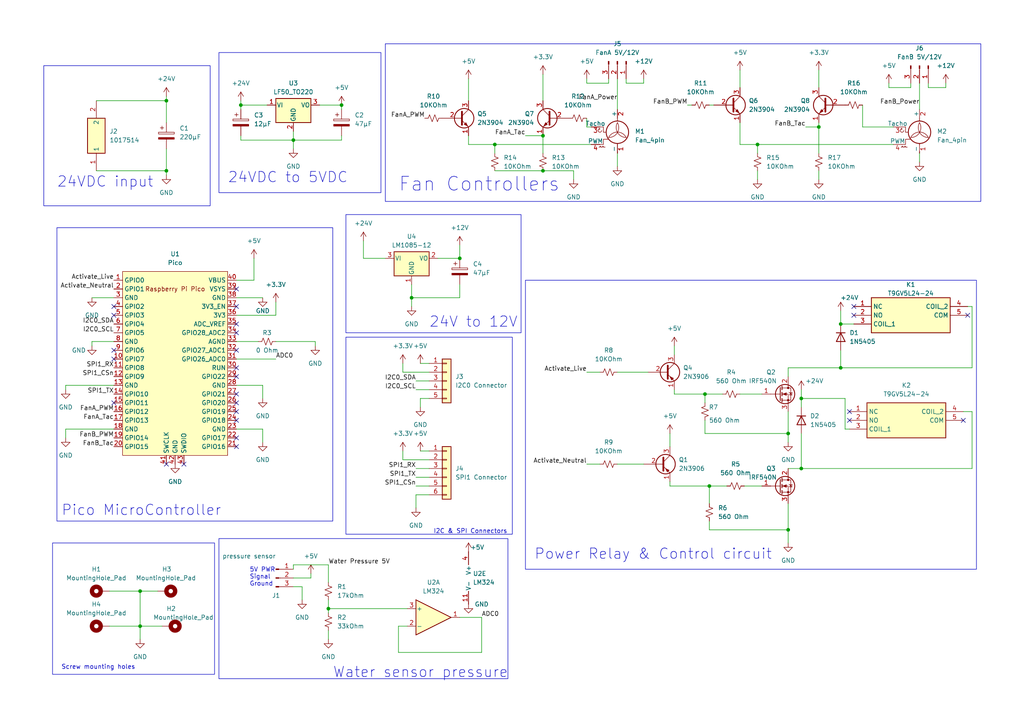
<source format=kicad_sch>
(kicad_sch (version 20230121) (generator eeschema)
  (paper "A4")
  (title_block (title "Pressure Controlled Power Outlet") (date "2024-07-20") (rev "V1.3.1") (company "Brian Banas"))
  (lib_symbols
    (symbol "Amplifier_Operational:LM324" (pin_names (offset 0.127))
      (property "Reference" "U" (at 0 5.08 0))
      (property "Value" "LM324" (at 0 -5.08 0))
      (symbol "LM324_1_1"
        (pin output line (at 7.62 0 180) (length 2.54) (name "~") (number "1"))
        (pin input line (at -7.62 -2.54 0) (length 2.54) (name "-") (number "2"))
        (pin input line (at -7.62 2.54 0) (length 2.54) (name "+") (number "3"))
      )
      (symbol "LM324_2_1"
        (pin input line (at -7.62 2.54 0) (length 2.54) (name "+") (number "5"))
        (pin input line (at -7.62 -2.54 0) (length 2.54) (name "-") (number "6"))
        (pin output line (at 7.62 0 180) (length 2.54) (name "~") (number "7"))
      )
      (symbol "LM324_3_1"
        (pin input line (at -7.62 2.54 0) (length 2.54) (name "+") (number "10"))
        (pin output line (at 7.62 0 180) (length 2.54) (name "~") (number "8"))
        (pin input line (at -7.62 -2.54 0) (length 2.54) (name "-") (number "9"))
      )
      (symbol "LM324_4_1"
        (pin input line (at -7.62 2.54 0) (length 2.54) (name "+") (number "12"))
        (pin input line (at -7.62 -2.54 0) (length 2.54) (name "-") (number "13"))
        (pin output line (at 7.62 0 180) (length 2.54) (name "~") (number "14"))
      )
      (symbol "LM324_5_1"
        (pin power_in line (at -2.54 -7.62 90) (length 3.81) (name "V-") (number "11"))
        (pin power_in line (at -2.54 7.62 270) (length 3.81) (name "V+") (number "4"))
      )
    )
    (symbol "Connector:Conn_01x03_Pin" (pin_names (offset 1.016) hide)
      (property "Reference" "J" (at 0 5.08 0))
      (property "Value" "Conn_01x03_Pin" (at 0 -5.08 0))
      (symbol "Conn_01x03_Pin_1_1"
        (pin passive line (at 5.08 2.54 180) (length 3.81) (name "Pin_1") (number "1"))
        (pin passive line (at 5.08 0 180) (length 3.81) (name "Pin_2") (number "2"))
        (pin passive line (at 5.08 -2.54 180) (length 3.81) (name "Pin_3") (number "3"))
      )
    )
    (symbol "Connector_Generic:Conn_01x05" (pin_names (offset 1.016) hide)
      (property "Reference" "J" (at 0 7.62 0))
      (property "Value" "Conn_01x05" (at 0 -7.62 0))
      (symbol "Conn_01x05_1_1"
        (pin passive line (at -5.08 5.08 0) (length 3.81) (name "Pin_1") (number "1"))
        (pin passive line (at -5.08 2.54 0) (length 3.81) (name "Pin_2") (number "2"))
        (pin passive line (at -5.08 0 0) (length 3.81) (name "Pin_3") (number "3"))
        (pin passive line (at -5.08 -2.54 0) (length 3.81) (name "Pin_4") (number "4"))
        (pin passive line (at -5.08 -5.08 0) (length 3.81) (name "Pin_5") (number "5"))
      )
    )
    (symbol "Connector_Generic:Conn_01x06" (pin_names (offset 1.016) hide)
      (property "Reference" "J" (at 0 7.62 0))
      (property "Value" "Conn_01x06" (at 0 -10.16 0))
      (symbol "Conn_01x06_1_1"
        (pin passive line (at -5.08 5.08 0) (length 3.81) (name "Pin_1") (number "1"))
        (pin passive line (at -5.08 2.54 0) (length 3.81) (name "Pin_2") (number "2"))
        (pin passive line (at -5.08 0 0) (length 3.81) (name "Pin_3") (number "3"))
        (pin passive line (at -5.08 -2.54 0) (length 3.81) (name "Pin_4") (number "4"))
        (pin passive line (at -5.08 -5.08 0) (length 3.81) (name "Pin_5") (number "5"))
        (pin passive line (at -5.08 -7.62 0) (length 3.81) (name "Pin_6") (number "6"))
      )
    )
    (symbol "Device:C_Polarized" (pin_numbers hide) (pin_names (offset 0.254))
      (property "Reference" "C" (at 0.635 2.54 0))
      (property "Value" "C_Polarized" (at 0.635 -2.54 0))
      (symbol "C_Polarized_1_1"
        (pin passive line (at 0 3.81 270) (length 2.794) (name "~") (number "1"))
        (pin passive line (at 0 -3.81 90) (length 2.794) (name "~") (number "2"))
      )
    )
    (symbol "Device:R_Small_US" (pin_numbers hide) (pin_names (offset 0.254) hide)
      (property "Reference" "R" (at 0.762 0.508 0))
      (property "Value" "R_Small_US" (at 0.762 -1.016 0))
      (symbol "R_Small_US_1_1"
        (pin passive line (at 0 2.54 270) (length 1.016) (name "~") (number "1"))
        (pin passive line (at 0 -2.54 90) (length 1.016) (name "~") (number "2"))
      )
    )
    (symbol "Diode:1N5405" (pin_numbers hide) (pin_names hide)
      (property "Reference" "D" (at 0 2.54 0))
      (property "Value" "1N5405" (at 0 -2.54 0))
      (symbol "1N5405_1_1"
        (pin passive line (at -3.81 0 0) (length 2.54) (name "K") (number "1"))
        (pin passive line (at 3.81 0 180) (length 2.54) (name "A") (number "2"))
      )
    )
    (symbol "Extra:1017514"
      (property "Reference" "J" (at 16.51 7.62 0))
      (property "Value" "1017514" (at 16.51 5.08 0))
      (symbol "1017514_1_1"
        (pin passive line (at 0 0 0) (length 5.08) (name "1") (number "1"))
        (pin passive line (at 20.32 0 180) (length 5.08) (name "2") (number "2"))
      )
    )
    (symbol "Extra:T9GV5L24-24"
      (property "Reference" "K" (at 29.21 7.62 0))
      (property "Value" "T9GV5L24-24" (at 29.21 5.08 0))
      (symbol "T9GV5L24-24_1_1"
        (pin passive line (at 0 0 0) (length 5.08) (name "NC") (number "1"))
        (pin passive line (at 0 -2.54 0) (length 5.08) (name "NO") (number "2"))
        (pin passive line (at 0 -5.08 0) (length 5.08) (name "COIL_1") (number "3"))
        (pin passive line (at 33.02 0 180) (length 5.08) (name "COIL_2") (number "4"))
        (pin passive line (at 33.02 -2.54 180) (length 5.08) (name "COM") (number "5"))
      )
    )
    (symbol "MCU_RaspberryPi_and_Boards:Pico"
      (property "Reference" "U" (at -13.97 27.94 0))
      (property "Value" "Pico" (at 0 19.05 0))
      (symbol "Pico_0_0"
        (text "Raspberry Pi Pico" (at 0 21.59 0) (effects (font (size 1.27 1.27))))
      )
      (symbol "Pico_1_1"
        (pin bidirectional line (at -17.78 24.13 0) (length 2.54) (name "GPIO0") (number "1"))
        (pin bidirectional line (at -17.78 1.27 0) (length 2.54) (name "GPIO7") (number "10"))
        (pin bidirectional line (at -17.78 -1.27 0) (length 2.54) (name "GPIO8") (number "11"))
        (pin bidirectional line (at -17.78 -3.81 0) (length 2.54) (name "GPIO9") (number "12"))
        (pin power_in line (at -17.78 -6.35 0) (length 2.54) (name "GND") (number "13"))
        (pin bidirectional line (at -17.78 -8.89 0) (length 2.54) (name "GPIO10") (number "14"))
        (pin bidirectional line (at -17.78 -11.43 0) (length 2.54) (name "GPIO11") (number "15"))
        (pin bidirectional line (at -17.78 -13.97 0) (length 2.54) (name "GPIO12") (number "16"))
        (pin bidirectional line (at -17.78 -16.51 0) (length 2.54) (name "GPIO13") (number "17"))
        (pin power_in line (at -17.78 -19.05 0) (length 2.54) (name "GND") (number "18"))
        (pin bidirectional line (at -17.78 -21.59 0) (length 2.54) (name "GPIO14") (number "19"))
        (pin bidirectional line (at -17.78 21.59 0) (length 2.54) (name "GPIO1") (number "2"))
        (pin bidirectional line (at -17.78 -24.13 0) (length 2.54) (name "GPIO15") (number "20"))
        (pin bidirectional line (at 17.78 -24.13 180) (length 2.54) (name "GPIO16") (number "21"))
        (pin bidirectional line (at 17.78 -21.59 180) (length 2.54) (name "GPIO17") (number "22"))
        (pin power_in line (at 17.78 -19.05 180) (length 2.54) (name "GND") (number "23"))
        (pin bidirectional line (at 17.78 -16.51 180) (length 2.54) (name "GPIO18") (number "24"))
        (pin bidirectional line (at 17.78 -13.97 180) (length 2.54) (name "GPIO19") (number "25"))
        (pin bidirectional line (at 17.78 -11.43 180) (length 2.54) (name "GPIO20") (number "26"))
        (pin bidirectional line (at 17.78 -8.89 180) (length 2.54) (name "GPIO21") (number "27"))
        (pin power_in line (at 17.78 -6.35 180) (length 2.54) (name "GND") (number "28"))
        (pin bidirectional line (at 17.78 -3.81 180) (length 2.54) (name "GPIO22") (number "29"))
        (pin power_in line (at -17.78 19.05 0) (length 2.54) (name "GND") (number "3"))
        (pin input line (at 17.78 -1.27 180) (length 2.54) (name "RUN") (number "30"))
        (pin bidirectional line (at 17.78 1.27 180) (length 2.54) (name "GPIO26_ADC0") (number "31"))
        (pin bidirectional line (at 17.78 3.81 180) (length 2.54) (name "GPIO27_ADC1") (number "32"))
        (pin power_in line (at 17.78 6.35 180) (length 2.54) (name "AGND") (number "33"))
        (pin bidirectional line (at 17.78 8.89 180) (length 2.54) (name "GPIO28_ADC2") (number "34"))
        (pin power_in line (at 17.78 11.43 180) (length 2.54) (name "ADC_VREF") (number "35"))
        (pin power_in line (at 17.78 13.97 180) (length 2.54) (name "3V3") (number "36"))
        (pin input line (at 17.78 16.51 180) (length 2.54) (name "3V3_EN") (number "37"))
        (pin bidirectional line (at 17.78 19.05 180) (length 2.54) (name "GND") (number "38"))
        (pin power_in line (at 17.78 21.59 180) (length 2.54) (name "VSYS") (number "39"))
        (pin bidirectional line (at -17.78 16.51 0) (length 2.54) (name "GPIO2") (number "4"))
        (pin power_in line (at 17.78 24.13 180) (length 2.54) (name "VBUS") (number "40"))
        (pin input line (at -2.54 -29.21 90) (length 2.54) (name "SWCLK") (number "41"))
        (pin power_in line (at 0 -29.21 90) (length 2.54) (name "GND") (number "42"))
        (pin bidirectional line (at 2.54 -29.21 90) (length 2.54) (name "SWDIO") (number "43"))
        (pin bidirectional line (at -17.78 13.97 0) (length 2.54) (name "GPIO3") (number "5"))
        (pin bidirectional line (at -17.78 11.43 0) (length 2.54) (name "GPIO4") (number "6"))
        (pin bidirectional line (at -17.78 8.89 0) (length 2.54) (name "GPIO5") (number "7"))
        (pin power_in line (at -17.78 6.35 0) (length 2.54) (name "GND") (number "8"))
        (pin bidirectional line (at -17.78 3.81 0) (length 2.54) (name "GPIO6") (number "9"))
      )
    )
    (symbol "Mechanical:MountingHole_Pad" (pin_numbers hide) (pin_names (offset 1.016) hide)
      (property "Reference" "H" (at 0 6.35 0))
      (property "Value" "MountingHole_Pad" (at 0 4.445 0))
      (symbol "MountingHole_Pad_1_1"
        (pin input line (at 0 -2.54 90) (length 2.54) (name "1") (number "1"))
      )
    )
    (symbol "Motor:Fan_4pin" (pin_names (offset 0))
      (property "Reference" "M" (at 2.54 5.08 0))
      (property "Value" "Fan_4pin" (at 2.54 -2.54 0))
      (symbol "Fan_4pin_1_1"
        (pin passive line (at 0 -5.08 90) (length 2.54) (name "-") (number "1"))
        (pin passive line (at 0 7.62 270) (length 2.54) (name "+") (number "2"))
        (pin passive line (at -7.62 2.54 0) (length 2.54) (name "Tacho") (number "3"))
        (pin input line (at -7.62 -2.54 0) (length 2.54) (name "PWM") (number "4"))
      )
    )
    (symbol "Regulator_Linear:LF50_TO220" (pin_names (offset 0.254))
      (property "Reference" "U" (at -3.81 3.175 0))
      (property "Value" "LF50_TO220" (at 0 3.175 0))
      (symbol "LF50_TO220_1_1"
        (pin power_in line (at -7.62 0 0) (length 2.54) (name "VI") (number "1"))
        (pin power_in line (at 0 -7.62 90) (length 2.54) (name "GND") (number "2"))
        (pin power_out line (at 7.62 0 180) (length 2.54) (name "VO") (number "3"))
      )
    )
    (symbol "Regulator_Linear:LM1085-12" (pin_names (offset 0.254))
      (property "Reference" "U" (at -3.81 3.175 0))
      (property "Value" "LM1085-12" (at 0 3.175 0))
      (symbol "LM1085-12_1_1"
        (pin power_in line (at 0 -7.62 90) (length 2.54) (name "GND") (number "1"))
        (pin power_out line (at 7.62 0 180) (length 2.54) (name "VO") (number "2"))
        (pin power_in line (at -7.62 0 0) (length 2.54) (name "VI") (number "3"))
      )
    )
    (symbol "Transistor_BJT:2N3904" (pin_names (offset 0) hide)
      (property "Reference" "Q" (at 5.08 1.905 0))
      (property "Value" "2N3904" (at 5.08 0 0))
      (symbol "2N3904_1_1"
        (pin passive line (at 2.54 -5.08 90) (length 2.54) (name "E") (number "1"))
        (pin passive line (at -5.08 0 0) (length 5.715) (name "B") (number "2"))
        (pin passive line (at 2.54 5.08 270) (length 2.54) (name "C") (number "3"))
      )
    )
    (symbol "Transistor_BJT:2N3906" (pin_names (offset 0) hide)
      (property "Reference" "Q" (at 5.08 1.905 0))
      (property "Value" "2N3906" (at 5.08 0 0))
      (symbol "2N3906_1_1"
        (pin passive line (at 2.54 -5.08 90) (length 2.54) (name "E") (number "1"))
        (pin input line (at -5.08 0 0) (length 5.715) (name "B") (number "2"))
        (pin passive line (at 2.54 5.08 270) (length 2.54) (name "C") (number "3"))
      )
    )
    (symbol "Transistor_FET:IRF540N" (pin_names hide)
      (property "Reference" "Q" (at 5.08 1.905 0))
      (property "Value" "IRF540N" (at 5.08 0 0))
      (symbol "IRF540N_1_1"
        (pin input line (at -5.08 0 0) (length 2.54) (name "G") (number "1"))
        (pin passive line (at 2.54 5.08 270) (length 2.54) (name "D") (number "2"))
        (pin passive line (at 2.54 -5.08 90) (length 2.54) (name "S") (number "3"))
      )
    )
    (symbol "power:+12V" (power) (pin_names (offset 0))
      (property "Value" "+12V" (at 0 3.556 0))
      (symbol "+12V_1_1"
        (pin power_in line (at 0 0 90) (length 0) hide (name "+12V") (number "1"))
      )
    )
    (symbol "power:+24V" (power) (pin_names (offset 0))
      (property "Value" "+24V" (at 0 3.556 0))
      (symbol "+24V_1_1"
        (pin power_in line (at 0 0 90) (length 0) hide (name "+24V") (number "1"))
      )
    )
    (symbol "power:+3.3V" (power) (pin_names (offset 0))
      (property "Value" "+3.3V" (at 0 3.556 0))
      (symbol "+3.3V_1_1"
        (pin power_in line (at 0 0 90) (length 0) hide (name "+3.3V") (number "1"))
      )
    )
    (symbol "power:+5V" (power) (pin_names (offset 0))
      (property "Value" "+5V" (at 0 3.556 0))
      (symbol "+5V_1_1"
        (pin power_in line (at 0 0 90) (length 0) hide (name "+5V") (number "1"))
      )
    )
    (symbol "power:GND" (power) (pin_names (offset 0))
      (property "Value" "GND" (at 0 -3.81 0))
      (symbol "GND_1_1"
        (pin power_in line (at 0 0 270) (length 0) hide (name "GND") (number "1"))
      )
    )
  )
  (junction (at 219.71 41.91))
  (junction (at 69.85 30.48))
  (junction (at 95.25 176.53))
  (junction (at 40.64 171.45))
  (junction (at 205.74 140.97))
  (junction (at 119.38 86.36))
  (junction (at 232.41 135.89))
  (junction (at 85.09 40.64))
  (junction (at 157.48 49.53))
  (junction (at 228.6 125.73))
  (junction (at 157.48 39.37))
  (junction (at 204.47 114.3))
  (junction (at 48.26 49.53))
  (junction (at 243.84 93.98))
  (junction (at 40.64 181.61))
  (junction (at 48.26 29.21))
  (junction (at 143.51 41.91))
  (junction (at 237.49 36.83))
  (junction (at 232.41 115.57))
  (junction (at 99.06 30.48))
  (junction (at 243.84 106.68))
  (junction (at 133.35 74.93))
  (junction (at 228.6 153.67))
  (no_connect (at 68.58 101.6))
  (no_connect (at 246.38 121.92))
  (no_connect (at 53.34 134.62))
  (no_connect (at 48.26 134.62))
  (no_connect (at 247.65 91.44))
  (no_connect (at 68.58 129.54))
  (no_connect (at 33.02 91.44))
  (no_connect (at 68.58 127))
  (no_connect (at 68.58 114.3))
  (no_connect (at 247.65 88.9))
  (no_connect (at 68.58 83.82))
  (no_connect (at 33.02 104.14))
  (no_connect (at 279.4 121.92))
  (no_connect (at 68.58 109.22))
  (no_connect (at 68.58 93.98))
  (no_connect (at 33.02 116.84))
  (no_connect (at 33.02 88.9))
  (no_connect (at 68.58 88.9))
  (no_connect (at 280.67 91.44))
  (no_connect (at 68.58 119.38))
  (no_connect (at 68.58 116.84))
  (no_connect (at 68.58 106.68))
  (no_connect (at 246.38 119.38))
  (no_connect (at 68.58 121.92))
  (no_connect (at 68.58 96.52))
  (no_connect (at 33.02 101.6))
  (wire (pts (xy 48.26 49.53) (xy 48.26 50.8)))
  (wire (pts (xy 68.58 91.44) (xy 80.01 91.44)))
  (wire (pts (xy 257.81 25.4) (xy 264.16 25.4)))
  (wire (pts (xy 91.44 100.33) (xy 91.44 99.06)))
  (wire (pts (xy 274.32 24.13) (xy 274.32 25.4)))
  (wire (pts (xy 195.58 100.33) (xy 195.58 102.87)))
  (wire (pts (xy 48.26 29.21) (xy 48.26 35.56)))
  (wire (pts (xy 116.84 130.81) (xy 116.84 133.35)))
  (wire (pts (xy 194.31 125.73) (xy 194.31 129.54)))
  (wire (pts (xy 170.18 24.13) (xy 176.53 24.13)))
  (wire (pts (xy 219.71 41.91) (xy 214.63 41.91)))
  (wire (pts (xy 281.94 88.9) (xy 280.67 88.9)))
  (wire (pts (xy 195.58 114.3) (xy 204.47 114.3)))
  (wire (pts (xy 237.49 20.32) (xy 237.49 25.4)))
  (wire (pts (xy 176.53 24.13) (xy 176.53 22.86)))
  (wire (pts (xy 246.38 124.46) (xy 245.11 124.46)))
  (wire (pts (xy 157.48 21.59) (xy 157.48 29.21)))
  (wire (pts (xy 199.39 30.48) (xy 200.66 30.48)))
  (wire (pts (xy 133.35 179.07) (xy 139.7 179.07)))
  (wire (pts (xy 76.2 124.46) (xy 68.58 124.46)))
  (wire (pts (xy 105.41 69.85) (xy 105.41 74.93)))
  (wire (pts (xy 250.19 30.48) (xy 250.19 36.83)))
  (wire (pts (xy 133.35 74.93) (xy 127 74.93)))
  (wire (pts (xy 179.07 22.86) (xy 179.07 31.75)))
  (wire (pts (xy 119.38 82.55) (xy 119.38 86.36)))
  (wire (pts (xy 170.18 134.62) (xy 173.99 134.62)))
  (wire (pts (xy 245.11 115.57) (xy 232.41 115.57)))
  (wire (pts (xy 166.37 52.07) (xy 166.37 49.53)))
  (wire (pts (xy 274.32 25.4) (xy 269.24 25.4)))
  (wire (pts (xy 181.61 24.13) (xy 181.61 22.86)))
  (wire (pts (xy 19.05 111.76) (xy 33.02 111.76)))
  (wire (pts (xy 237.49 35.56) (xy 237.49 36.83)))
  (wire (pts (xy 152.4 39.37) (xy 157.48 39.37)))
  (wire (pts (xy 115.57 189.23) (xy 115.57 181.61)))
  (wire (pts (xy 40.64 171.45) (xy 45.72 171.45)))
  (wire (pts (xy 95.25 176.53) (xy 95.25 177.8)))
  (wire (pts (xy 85.09 163.83) (xy 85.09 165.1)))
  (wire (pts (xy 194.31 140.97) (xy 194.31 139.7)))
  (wire (pts (xy 90.17 167.64) (xy 90.17 166.37)))
  (wire (pts (xy 76.2 128.27) (xy 76.2 124.46)))
  (wire (pts (xy 73.66 81.28) (xy 68.58 81.28)))
  (wire (pts (xy 266.7 44.45) (xy 266.7 46.99)))
  (wire (pts (xy 194.31 140.97) (xy 205.74 140.97)))
  (wire (pts (xy 269.24 25.4) (xy 269.24 24.13)))
  (wire (pts (xy 99.06 40.64) (xy 85.09 40.64)))
  (wire (pts (xy 69.85 31.75) (xy 69.85 30.48)))
  (wire (pts (xy 281.94 135.89) (xy 281.94 119.38)))
  (wire (pts (xy 245.11 124.46) (xy 245.11 115.57)))
  (wire (pts (xy 266.7 24.13) (xy 266.7 31.75)))
  (wire (pts (xy 80.01 104.14) (xy 68.58 104.14)))
  (wire (pts (xy 170.18 34.29) (xy 170.18 36.83)))
  (wire (pts (xy 80.01 99.06) (xy 91.44 99.06)))
  (wire (pts (xy 228.6 119.38) (xy 228.6 125.73)))
  (wire (pts (xy 31.75 181.61) (xy 40.64 181.61)))
  (wire (pts (xy 116.84 133.35) (xy 124.46 133.35)))
  (wire (pts (xy 69.85 40.64) (xy 85.09 40.64)))
  (wire (pts (xy 87.63 173.99) (xy 87.63 170.18)))
  (wire (pts (xy 26.67 86.36) (xy 33.02 86.36)))
  (wire (pts (xy 237.49 36.83) (xy 237.49 44.45)))
  (wire (pts (xy 204.47 114.3) (xy 209.55 114.3)))
  (wire (pts (xy 228.6 135.89) (xy 232.41 135.89)))
  (wire (pts (xy 205.74 30.48) (xy 207.01 30.48)))
  (wire (pts (xy 214.63 20.32) (xy 214.63 25.4)))
  (wire (pts (xy 232.41 135.89) (xy 281.94 135.89)))
  (wire (pts (xy 237.49 49.53) (xy 237.49 52.07)))
  (wire (pts (xy 135.89 39.37) (xy 135.89 41.91)))
  (wire (pts (xy 40.64 185.42) (xy 40.64 181.61)))
  (wire (pts (xy 116.84 105.41) (xy 116.84 107.95)))
  (wire (pts (xy 68.58 86.36) (xy 76.2 86.36)))
  (wire (pts (xy 170.18 107.95) (xy 173.99 107.95)))
  (wire (pts (xy 186.69 24.13) (xy 181.61 24.13)))
  (wire (pts (xy 232.41 115.57) (xy 232.41 113.03)))
  (wire (pts (xy 157.48 39.37) (xy 157.48 44.45)))
  (wire (pts (xy 204.47 125.73) (xy 228.6 125.73)))
  (wire (pts (xy 139.7 189.23) (xy 115.57 189.23)))
  (wire (pts (xy 40.64 181.61) (xy 40.64 171.45)))
  (wire (pts (xy 120.65 110.49) (xy 124.46 110.49)))
  (wire (pts (xy 205.74 140.97) (xy 210.82 140.97)))
  (wire (pts (xy 243.84 106.68) (xy 281.94 106.68)))
  (wire (pts (xy 80.01 91.44) (xy 80.01 87.63)))
  (wire (pts (xy 157.48 49.53) (xy 143.51 49.53)))
  (wire (pts (xy 179.07 134.62) (xy 186.69 134.62)))
  (wire (pts (xy 31.75 171.45) (xy 40.64 171.45)))
  (wire (pts (xy 26.67 100.33) (xy 26.67 99.06)))
  (wire (pts (xy 264.16 25.4) (xy 264.16 24.13)))
  (wire (pts (xy 250.19 36.83) (xy 259.08 36.83)))
  (wire (pts (xy 281.94 119.38) (xy 279.4 119.38)))
  (wire (pts (xy 214.63 114.3) (xy 220.98 114.3)))
  (wire (pts (xy 281.94 106.68) (xy 281.94 88.9)))
  (wire (pts (xy 215.9 140.97) (xy 220.98 140.97)))
  (wire (pts (xy 166.37 49.53) (xy 157.48 49.53)))
  (wire (pts (xy 121.92 130.81) (xy 124.46 130.81)))
  (wire (pts (xy 73.66 74.93) (xy 73.66 81.28)))
  (wire (pts (xy 76.2 111.76) (xy 68.58 111.76)))
  (wire (pts (xy 95.25 163.83) (xy 95.25 168.91)))
  (wire (pts (xy 99.06 30.48) (xy 92.71 30.48)))
  (wire (pts (xy 121.92 118.11) (xy 121.92 115.57)))
  (wire (pts (xy 120.65 113.03) (xy 124.46 113.03)))
  (wire (pts (xy 120.65 138.43) (xy 124.46 138.43)))
  (wire (pts (xy 232.41 118.11) (xy 232.41 115.57)))
  (wire (pts (xy 170.18 24.13) (xy 170.18 22.86)))
  (wire (pts (xy 120.65 143.51) (xy 124.46 143.51)))
  (wire (pts (xy 76.2 115.57) (xy 76.2 111.76)))
  (wire (pts (xy 243.84 93.98) (xy 247.65 93.98)))
  (wire (pts (xy 259.08 41.91) (xy 219.71 41.91)))
  (wire (pts (xy 205.74 151.13) (xy 205.74 153.67)))
  (wire (pts (xy 27.94 29.21) (xy 48.26 29.21)))
  (wire (pts (xy 95.25 176.53) (xy 118.11 176.53)))
  (wire (pts (xy 204.47 114.3) (xy 204.47 116.84)))
  (wire (pts (xy 19.05 124.46) (xy 33.02 124.46)))
  (wire (pts (xy 87.63 170.18) (xy 85.09 170.18)))
  (wire (pts (xy 120.65 147.32) (xy 120.65 143.51)))
  (wire (pts (xy 143.51 41.91) (xy 143.51 44.45)))
  (wire (pts (xy 133.35 82.55) (xy 133.35 86.36)))
  (wire (pts (xy 115.57 181.61) (xy 118.11 181.61)))
  (wire (pts (xy 69.85 30.48) (xy 77.47 30.48)))
  (wire (pts (xy 95.25 173.99) (xy 95.25 176.53)))
  (wire (pts (xy 228.6 153.67) (xy 228.6 157.48)))
  (wire (pts (xy 232.41 125.73) (xy 232.41 135.89)))
  (wire (pts (xy 205.74 140.97) (xy 205.74 146.05)))
  (wire (pts (xy 228.6 106.68) (xy 228.6 109.22)))
  (wire (pts (xy 204.47 121.92) (xy 204.47 125.73)))
  (wire (pts (xy 228.6 106.68) (xy 243.84 106.68)))
  (wire (pts (xy 243.84 93.98) (xy 243.84 90.17)))
  (wire (pts (xy 85.09 43.18) (xy 85.09 40.64)))
  (wire (pts (xy 179.07 44.45) (xy 179.07 48.26)))
  (wire (pts (xy 119.38 86.36) (xy 133.35 86.36)))
  (wire (pts (xy 243.84 101.6) (xy 243.84 106.68)))
  (wire (pts (xy 69.85 29.21) (xy 69.85 30.48)))
  (wire (pts (xy 179.07 107.95) (xy 187.96 107.95)))
  (wire (pts (xy 119.38 86.36) (xy 119.38 88.9)))
  (wire (pts (xy 214.63 41.91) (xy 214.63 35.56)))
  (wire (pts (xy 219.71 52.07) (xy 219.71 49.53)))
  (wire (pts (xy 85.09 163.83) (xy 95.25 163.83)))
  (wire (pts (xy 48.26 27.94) (xy 48.26 29.21)))
  (wire (pts (xy 120.65 140.97) (xy 124.46 140.97)))
  (wire (pts (xy 48.26 43.18) (xy 48.26 49.53)))
  (wire (pts (xy 26.67 99.06) (xy 33.02 99.06)))
  (wire (pts (xy 195.58 114.3) (xy 195.58 113.03)))
  (wire (pts (xy 120.65 135.89) (xy 124.46 135.89)))
  (wire (pts (xy 68.58 99.06) (xy 74.93 99.06)))
  (wire (pts (xy 186.69 22.86) (xy 186.69 24.13)))
  (wire (pts (xy 135.89 41.91) (xy 143.51 41.91)))
  (wire (pts (xy 135.89 22.86) (xy 135.89 29.21)))
  (wire (pts (xy 257.81 24.13) (xy 257.81 25.4)))
  (wire (pts (xy 85.09 38.1) (xy 85.09 40.64)))
  (wire (pts (xy 19.05 127) (xy 19.05 124.46)))
  (wire (pts (xy 237.49 36.83) (xy 233.68 36.83)))
  (wire (pts (xy 121.92 115.57) (xy 124.46 115.57)))
  (wire (pts (xy 205.74 153.67) (xy 228.6 153.67)))
  (wire (pts (xy 121.92 105.41) (xy 124.46 105.41)))
  (wire (pts (xy 143.51 41.91) (xy 171.45 41.91)))
  (wire (pts (xy 116.84 107.95) (xy 124.46 107.95)))
  (wire (pts (xy 228.6 146.05) (xy 228.6 153.67)))
  (wire (pts (xy 105.41 74.93) (xy 111.76 74.93)))
  (wire (pts (xy 219.71 44.45) (xy 219.71 41.91)))
  (wire (pts (xy 133.35 71.12) (xy 133.35 74.93)))
  (wire (pts (xy 27.94 49.53) (xy 48.26 49.53)))
  (wire (pts (xy 99.06 39.37) (xy 99.06 40.64)))
  (wire (pts (xy 170.18 36.83) (xy 171.45 36.83)))
  (wire (pts (xy 99.06 31.75) (xy 99.06 30.48)))
  (wire (pts (xy 139.7 179.07) (xy 139.7 189.23)))
  (wire (pts (xy 95.25 182.88) (xy 95.25 185.42)))
  (wire (pts (xy 85.09 167.64) (xy 90.17 167.64)))
  (wire (pts (xy 19.05 113.03) (xy 19.05 111.76)))
  (wire (pts (xy 228.6 125.73) (xy 228.6 128.27)))
  (wire (pts (xy 69.85 40.64) (xy 69.85 39.37)))
  (wire (pts (xy 46.99 181.61) (xy 40.64 181.61)))
  (rectangle (start 111.76 12.7) (end 284.48 58.42))
  (rectangle (start 100.33 97.79) (end 148.59 154.94))
  (rectangle (start 63.5 15.24) (end 110.49 55.88))
  (rectangle (start 15.24 157.48) (end 62.23 195.58))
  (rectangle (start 63.5 156.21) (end 147.32 196.85))
  (rectangle (start 100.33 62.23) (end 151.13 96.52))
  (rectangle (start 12.7 19.05) (end 60.96 59.69))
  (rectangle (start 16.51 66.04) (end 96.52 151.13))
  (rectangle (start 152.4 81.28) (end 283.21 165.1))
  (text "Screw mounting holes" (at 17.78 194.31 0) (effects (font (size 1.27 1.27)) (justify left bottom)))
  (text "24VDC input" (at 16.51 54.61 0) (effects (font (size 3 3)) (justify left bottom)))
  (text "24V to 12V" (at 124.46 95.25 0) (effects (font (size 3 3)) (justify left bottom)))
  (text "Power Relay & Control circuit" (at 154.94 162.56 0) (effects (font (size 3 3)) (justify left bottom)))
  (text "5V PWR\nSignal\nGround" (at 72.39 170.18 0) (effects (font (size 1.27 1.27)) (justify left bottom)))
  (text "Pico MicroController" (at 17.78 149.86 0) (effects (font (size 3 3)) (justify left bottom)))
  (text "Fan Controllers" (at 115.57 55.88 0) (effects (font (size 4 4)) (justify left bottom)))
  (text "I2C & SPI Connectors" (at 125.73 154.94 0) (effects (font (size 1.27 1.27)) (justify left bottom)))
  (text "24VDC to 5VDC" (at 66.04 53.34 0) (effects (font (size 3 3)) (justify left bottom)))
  (text "Water sensor pressure" (at 96.52 196.85 0) (effects (font (size 3 3)) (justify left bottom)))
  (label "I2C0_SDA" (at 120.65 110.49 180))
  (label "SPI1_TX" (at 33.02 114.3 180))
  (label "SPI1_CSn" (at 120.65 140.97 180))
  (label "FanB_Power" (at 266.7 30.48 180))
  (label "Activate_Neutral" (at 33.02 83.82 180))
  (label "FanA_Power" (at 179.07 29.21 180))
  (label "I2C0_SDA" (at 33.02 93.98 180))
  (label "Activate_Neutral" (at 170.18 134.62 180))
  (label "SPI1_TX" (at 120.65 138.43 180))
  (label "Activate_Live" (at 170.18 107.95 180))
  (label "ADC0" (at 80.01 104.14 0))
  (label "FanA_Tac" (at 152.4 39.37 180))
  (label "FanA_PWM" (at 123.19 34.29 180))
  (label "FanB_Tac" (at 233.68 36.83 180))
  (label "SPI1_RX" (at 120.65 135.89 180))
  (label "FanA_Tac" (at 33.02 121.92 180))
  (label "ADC0" (at 139.7 179.07 0))
  (label "FanB_PWM" (at 199.39 30.48 180))
  (label "SPI1_CSn" (at 33.02 109.22 180))
  (label "FanB_Tac" (at 33.02 129.54 180))
  (label "Activate_Live" (at 33.02 81.28 180))
  (label "SPI1_RX" (at 33.02 106.68 180))
  (label "I2C0_SCL" (at 120.65 113.03 180))
  (label "Water Pressure 5V" (at 95.25 163.83 0))
  (label "FanB_PWM" (at 33.02 127 180))
  (label "FanA_PWM" (at 33.02 119.38 180))
  (label "I2C0_SCL" (at 33.02 96.52 180))
  (symbol (lib_id "Device:R_Small_US") (at 176.53 107.95 90) (unit 1)
    (property "Reference" "R8" (at 176.53 101.6 90))
    (property "Value" "10KOhm" (at 176.53 104.14 90))
    (property "Footprint" "Resistor_THT:R_Axial_DIN0207_L6.3mm_D2.5mm_P2.54mm_Vertical" (effects hide))
  )
  (symbol (lib_id "Mechanical:MountingHole_Pad") (at 29.21 171.45 90) (unit 1)
    (property "Reference" "H1" (at 27.94 165.1 90))
    (property "Value" "MountingHole_Pad" (at 27.94 167.64 90))
    (property "Footprint" "MountingHole:MountingHole_4.3mm_M4_Pad" (effects hide))
  )
  (symbol (lib_id "power:+5V") (at 135.89 160.02 0) (unit 1)
    (property "Reference" "#PWR025" (effects hide))
    (property "Value" "+5V" (at 138.43 158.75 0))
  )
  (symbol (lib_id "power:GND") (at 50.8 134.62 0) (unit 1)
    (property "Reference" "#PWR05" (effects hide))
    (property "Value" "GND" (at 50.8 139.7 0))
  )
  (symbol (lib_id "Transistor_FET:IRF540N") (at 226.06 140.97 0) (unit 1)
    (property "Reference" "Q3" (at 222.25 135.89 0) (effects (justify left)))
    (property "Value" "IRF540N" (at 217.17 138.43 0) (effects (justify left)))
    (property "Footprint" "Package_TO_SOT_THT:TO-220-3_Vertical" (effects hide))
    (property "Datasheet" "http://www.irf.com/product-info/datasheets/data/irf540n.pdf" (effects hide))
  )
  (symbol (lib_id "Mechanical:MountingHole_Pad") (at 48.26 171.45 270) (unit 1)
    (property "Reference" "H3" (at 46.99 165.1 90) (effects (justify left)))
    (property "Value" "MountingHole_Pad" (at 39.37 167.64 90) (effects (justify left)))
    (property "Footprint" "MountingHole:MountingHole_4.3mm_M4_Pad" (effects hide))
  )
  (symbol (lib_id "Device:R_Small_US") (at 95.25 171.45 0) (unit 1)
    (property "Reference" "R1" (at 97.79 170.18 0) (effects (justify left)))
    (property "Value" "17kOhm" (at 97.79 172.72 0) (effects (justify left)))
    (property "Footprint" "Resistor_THT:R_Axial_DIN0207_L6.3mm_D2.5mm_P2.54mm_Vertical" (effects hide))
  )
  (symbol (lib_id "Device:R_Small_US") (at 219.71 46.99 180) (unit 1)
    (property "Reference" "R15" (at 222.25 45.72 0) (effects (justify right)))
    (property "Value" "10KOhm" (at 222.25 48.26 0) (effects (justify right)))
    (property "Footprint" "Resistor_THT:R_Axial_DIN0207_L6.3mm_D2.5mm_P2.54mm_Vertical" (effects hide))
  )
  (symbol (lib_id "Device:C_Polarized") (at 69.85 35.56 0) (unit 1)
    (property "Reference" "C3" (at 73.66 33.401 0) (effects (justify left)))
    (property "Value" "12µF" (at 73.66 35.941 0) (effects (justify left)))
    (property "Footprint" "Capacitor_THT:CP_Radial_D10.0mm_P5.00mm" (effects hide))
  )
  (symbol (lib_id "Transistor_BJT:2N3906") (at 191.77 134.62 0) (unit 1)
    (property "Reference" "Q1" (at 196.85 133.35 0) (effects (justify left)))
    (property "Value" "2N3906" (at 196.85 135.89 0) (effects (justify left)))
    (property "Footprint" "Package_TO_SOT_THT:TO-92_Inline" (effects hide))
    (property "Datasheet" "https://www.onsemi.com/pub/Collateral/2N3906-D.PDF" (effects hide))
  )
  (symbol (lib_id "Regulator_Linear:LM1085-12") (at 119.38 74.93 0) (unit 1)
    (property "Reference" "U4" (at 119.38 68.58 0))
    (property "Value" "LM1085-12" (at 119.38 71.12 0))
    (property "Footprint" "Package_TO_SOT_THT:TO-220-3_Vertical" (effects hide))
    (property "Datasheet" "http://www.ti.com/lit/ds/symlink/lm1085.pdf" (effects hide))
  )
  (symbol (lib_id "Transistor_FET:IRF540N") (at 226.06 114.3 0) (unit 1)
    (property "Reference" "Q2" (at 222.25 107.95 0) (effects (justify left)))
    (property "Value" "IRF540N" (at 217.17 110.49 0) (effects (justify left)))
    (property "Footprint" "Package_TO_SOT_THT:TO-220-3_Vertical" (effects hide))
    (property "Datasheet" "http://www.irf.com/product-info/datasheets/data/irf540n.pdf" (effects hide))
  )
  (symbol (lib_id "power:+5V") (at 257.81 24.13 0) (unit 1)
    (property "Reference" "#PWR038" (effects hide))
    (property "Value" "+5V" (at 257.81 19.05 0))
  )
  (symbol (lib_id "Transistor_BJT:2N3904") (at 133.35 34.29 0) (unit 1)
    (property "Reference" "Q5" (at 138.43 33.02 0) (effects (justify left)))
    (property "Value" "2N3904" (at 138.43 35.56 0) (effects (justify left)))
    (property "Footprint" "Package_TO_SOT_THT:TO-92_Inline" (effects hide))
    (property "Datasheet" "https://www.onsemi.com/pub/Collateral/2N3903-D.PDF" (effects hide))
  )
  (symbol (lib_id "Transistor_BJT:2N3906") (at 193.04 107.95 0) (unit 1)
    (property "Reference" "Q4" (at 198.12 106.68 0) (effects (justify left)))
    (property "Value" "2N3906" (at 198.12 109.22 0) (effects (justify left)))
    (property "Footprint" "Package_TO_SOT_THT:TO-92_Inline" (effects hide))
    (property "Datasheet" "https://www.onsemi.com/pub/Collateral/2N3906-D.PDF" (effects hide))
  )
  (symbol (lib_id "Device:R_Small_US") (at 95.25 180.34 0) (unit 1)
    (property "Reference" "R2" (at 97.79 179.07 0) (effects (justify left)))
    (property "Value" "33kOhm" (at 97.79 181.61 0) (effects (justify left)))
    (property "Footprint" "Resistor_THT:R_Axial_DIN0207_L6.3mm_D2.5mm_P2.54mm_Vertical" (effects hide))
  )
  (symbol (lib_id "power:GND") (at 219.71 52.07 0) (unit 1)
    (property "Reference" "#PWR045" (effects hide))
    (property "Value" "GND" (at 219.71 57.15 0))
  )
  (symbol (lib_id "Device:R_Small_US") (at 203.2 30.48 90) (unit 1)
    (property "Reference" "R11" (at 203.2 24.13 90))
    (property "Value" "10KOhm" (at 203.2 26.67 90))
    (property "Footprint" "Resistor_THT:R_Axial_DIN0207_L6.3mm_D2.5mm_P2.54mm_Vertical" (effects hide))
  )
  (symbol (lib_id "power:GND") (at 76.2 128.27 0) (unit 1)
    (property "Reference" "#PWR06" (effects hide))
    (property "Value" "GND" (at 76.2 133.35 0))
  )
  (symbol (lib_id "Transistor_BJT:2N3904") (at 212.09 30.48 0) (unit 1)
    (property "Reference" "Q6" (at 217.17 29.21 0) (effects (justify left)))
    (property "Value" "2N3904" (at 217.17 31.75 0) (effects (justify left)))
    (property "Footprint" "Package_TO_SOT_THT:TO-92_Inline" (effects hide))
    (property "Datasheet" "https://www.onsemi.com/pub/Collateral/2N3903-D.PDF" (effects hide))
  )
  (symbol (lib_id "Device:R_Small_US") (at 247.65 30.48 90) (unit 1)
    (property "Reference" "R16" (at 247.65 24.13 90))
    (property "Value" "10KOhm" (at 247.65 26.67 90))
    (property "Footprint" "Resistor_THT:R_Axial_DIN0207_L6.3mm_D2.5mm_P2.54mm_Vertical" (effects hide))
  )
  (symbol (lib_id "Amplifier_Operational:LM324") (at 138.43 167.64 0) (unit 5)
    (property "Reference" "U2" (at 137.16 166.37 0) (effects (justify left)))
    (property "Value" "LM324" (at 137.16 168.91 0) (effects (justify left)))
    (property "Datasheet" "http://www.ti.com/lit/ds/symlink/lm2902-n.pdf" (effects hide))
  )
  (symbol (lib_id "Motor:Fan_4pin") (at 266.7 39.37 0) (unit 1)
    (property "Reference" "M2" (at 271.78 38.1 0) (effects (justify left)))
    (property "Value" "Fan_4pin" (at 271.78 40.64 0) (effects (justify left)))
    (property "Footprint" "Connector:FanPinHeader_1x04_P2.54mm_Vertical" (effects hide))
    (property "Datasheet" "http://www.formfactors.org/developer%5Cspecs%5Crev1_2_public.pdf" (effects hide))
  )
  (symbol (lib_id "Device:C_Polarized") (at 99.06 35.56 0) (unit 1)
    (property "Reference" "C2" (at 102.87 33.401 0) (effects (justify left)))
    (property "Value" "47µF" (at 102.87 35.941 0) (effects (justify left)))
    (property "Footprint" "Capacitor_THT:CP_Radial_D10.0mm_P5.00mm" (effects hide))
  )
  (symbol (lib_id "MCU_RaspberryPi_and_Boards:Pico") (at 50.8 105.41 0) (unit 1)
    (property "Reference" "U1" (at 50.8 73.66 0))
    (property "Value" "Pico" (at 50.8 76.2 0))
    (property "Footprint" "MCU_RaspberryPi_and_Boards:RPi_Pico_SMD_TH" (effects hide))
  )
  (symbol (lib_id "power:GND") (at 40.64 185.42 0) (unit 1)
    (property "Reference" "#PWR027" (effects hide))
    (property "Value" "GND" (at 40.64 190.5 0))
  )
  (symbol (lib_id "Mechanical:MountingHole_Pad") (at 49.53 181.61 270) (unit 1)
    (property "Reference" "H2" (at 48.26 176.53 90) (effects (justify left)))
    (property "Value" "MountingHole_Pad" (at 44.45 179.07 90) (effects (justify left)))
    (property "Footprint" "MountingHole:MountingHole_4.3mm_M4_Pad" (effects hide))
  )
  (symbol (lib_id "power:GND") (at 87.63 173.99 0) (unit 1)
    (property "Reference" "#PWR02" (effects hide))
    (property "Value" "GND" (at 87.63 179.07 0))
  )
  (symbol (lib_id "Device:R_Small_US") (at 212.09 114.3 90) (unit 1)
    (property "Reference" "R4" (at 212.09 107.95 90))
    (property "Value" "560 Ohm" (at 212.09 110.49 90))
    (property "Footprint" "Resistor_THT:R_Axial_DIN0207_L6.3mm_D2.5mm_P2.54mm_Vertical" (effects hide))
  )
  (symbol (lib_id "Transistor_BJT:2N3904") (at 240.03 30.48 0) (mirror y) (unit 1)
    (property "Reference" "Q8" (at 234.95 29.21 0) (effects (justify left)))
    (property "Value" "2N3904" (at 234.95 31.75 0) (effects (justify left)))
    (property "Footprint" "Package_TO_SOT_THT:TO-92_Inline" (effects hide))
    (property "Datasheet" "https://www.onsemi.com/pub/Collateral/2N3903-D.PDF" (effects hide))
  )
  (symbol (lib_id "power:GND") (at 76.2 115.57 0) (unit 1)
    (property "Reference" "#PWR07" (effects hide))
    (property "Value" "GND" (at 76.2 120.65 0))
  )
  (symbol (lib_id "power:GND") (at 91.44 100.33 0) (unit 1)
    (property "Reference" "#PWR04" (effects hide))
    (property "Value" "GND" (at 91.44 105.41 0))
  )
  (symbol (lib_id "power:+5V") (at 170.18 22.86 0) (unit 1)
    (property "Reference" "#PWR041" (effects hide))
    (property "Value" "+5V" (at 170.18 17.78 0))
  )
  (symbol (lib_id "Device:C_Polarized") (at 133.35 78.74 0) (unit 1)
    (property "Reference" "C4" (at 137.16 76.581 0) (effects (justify left)))
    (property "Value" "47µF" (at 137.16 79.121 0) (effects (justify left)))
    (property "Footprint" "Capacitor_THT:CP_Radial_D10.0mm_P5.00mm" (effects hide))
  )
  (symbol (lib_id "Extra:1017514") (at 27.94 49.53 90) (unit 1)
    (property "Reference" "J2" (at 31.75 38.1 90) (effects (justify right)))
    (property "Value" "1017514" (at 31.75 40.64 90) (effects (justify right)))
    (property "Footprint" "Extra:1017514" (effects hide))
    (property "Datasheet" "https://datasheet.datasheetarchive.com/originals/distributors/DKDS40/DSANUWW004791.pdf" (effects hide))
    (property "Height" "23.6" (effects hide))
    (property "Mouser Part Number" "651-1017514" (effects hide))
    (property "Mouser Price/Stock" "https://www.mouser.co.uk/ProductDetail/Phoenix-Contact/1017514?qs=F5EMLAvA7IBNXXt%252B4%252BYDIg%3D%3D" (effects hide))
    (property "Manufacturer_Name" "Phoenix Contact" (effects hide))
    (property "Manufacturer_Part_Number" "1017514" (effects hide))
  )
  (symbol (lib_id "power:+3.3V") (at 116.84 130.81 0) (unit 1)
    (property "Reference" "#PWR031" (effects hide))
    (property "Value" "+3.3V" (at 116.84 125.73 0))
  )
  (symbol (lib_id "Device:R_Small_US") (at 77.47 99.06 90) (unit 1)
    (property "Reference" "R3" (at 77.47 96.52 90))
    (property "Value" "0 Ohm" (at 77.47 101.6 90))
    (property "Footprint" "Resistor_THT:R_Axial_DIN0207_L6.3mm_D2.5mm_P2.54mm_Vertical" (effects hide))
  )
  (symbol (lib_id "power:+5V") (at 121.92 130.81 0) (unit 1)
    (property "Reference" "#PWR028" (effects hide))
    (property "Value" "+5V" (at 121.92 125.73 0))
  )
  (symbol (lib_id "Connector_Generic:Conn_01x05") (at 129.54 110.49 0) (unit 1)
    (property "Reference" "J3" (at 132.08 109.22 0) (effects (justify left)))
    (property "Value" "I2C0 Connector" (at 132.08 111.76 0) (effects (justify left)))
    (property "Footprint" "Connector_PinHeader_2.54mm:PinHeader_1x05_P2.54mm_Vertical" (effects hide))
  )
  (symbol (lib_id "power:GND") (at 135.89 175.26 0) (unit 1)
    (property "Reference" "#PWR026" (effects hide))
    (property "Value" "GND" (at 139.7 175.26 0))
  )
  (symbol (lib_id "power:+24V") (at 232.41 113.03 0) (unit 1)
    (property "Reference" "#PWR024" (effects hide))
    (property "Value" "+24V" (at 236.22 110.49 0))
  )
  (symbol (lib_id "power:GND") (at 85.09 43.18 0) (unit 1)
    (property "Reference" "#PWR017" (effects hide))
    (property "Value" "GND" (at 85.09 48.26 0))
  )
  (symbol (lib_id "Amplifier_Operational:LM324") (at 125.73 179.07 0) (unit 1)
    (property "Reference" "U2" (at 125.73 168.91 0))
    (property "Value" "LM324" (at 125.73 171.45 0))
    (property "Footprint" "Package_DIP:DIP-14_W7.62mm_LongPads" (effects hide))
    (property "Datasheet" "http://www.ti.com/lit/ds/symlink/lm2902-n.pdf" (effects hide))
  )
  (symbol (lib_id "power:GND") (at 19.05 113.03 0) (unit 1)
    (property "Reference" "#PWR011" (effects hide))
    (property "Value" "GND" (at 19.05 118.11 0))
  )
  (symbol (lib_id "power:+5V") (at 195.58 100.33 0) (unit 1)
    (property "Reference" "#PWR021" (effects hide))
    (property "Value" "+5V" (at 195.58 95.25 0))
  )
  (symbol (lib_id "Diode:1N5405") (at 243.84 97.79 270) (unit 1)
    (property "Reference" "D1" (at 246.38 96.52 90) (effects (justify left)))
    (property "Value" "1N5405" (at 246.38 99.06 90) (effects (justify left)))
    (property "Footprint" "Diode_THT:D_DO-201AD_P15.24mm_Horizontal" (effects hide))
    (property "Datasheet" "http://www.vishay.com/docs/88516/1n5400.pdf" (effects hide))
    (property "Sim.Device" "D" (effects hide))
    (property "Sim.Pins" "1=K 2=A" (effects hide))
  )
  (symbol (lib_id "Device:R_Small_US") (at 205.74 148.59 180) (unit 1)
    (property "Reference" "R6" (at 208.28 147.32 0) (effects (justify right)))
    (property "Value" "560 Ohm" (at 208.28 149.86 0) (effects (justify right)))
    (property "Footprint" "Resistor_THT:R_Axial_DIN0207_L6.3mm_D2.5mm_P2.54mm_Vertical" (effects hide))
  )
  (symbol (lib_id "power:GND") (at 26.67 100.33 0) (unit 1)
    (property "Reference" "#PWR010" (effects hide))
    (property "Value" "GND" (at 22.86 101.6 0))
  )
  (symbol (lib_id "Motor:Fan_4pin") (at 179.07 39.37 0) (unit 1)
    (property "Reference" "M1" (at 184.15 38.1 0) (effects (justify left)))
    (property "Value" "Fan_4pin" (at 184.15 40.64 0) (effects (justify left)))
    (property "Footprint" "Connector:FanPinHeader_1x04_P2.54mm_Vertical" (effects hide))
    (property "Datasheet" "http://www.formfactors.org/developer%5Cspecs%5Crev1_2_public.pdf" (effects hide))
  )
  (symbol (lib_id "power:+3.3V") (at 80.01 87.63 0) (unit 1)
    (property "Reference" "#PWR030" (effects hide))
    (property "Value" "+3.3V" (at 80.01 82.55 0))
  )
  (symbol (lib_id "power:+5V") (at 214.63 20.32 0) (unit 1)
    (property "Reference" "#PWR040" (effects hide))
    (property "Value" "+5V" (at 214.63 15.24 0))
  )
  (symbol (lib_id "power:GND") (at 266.7 46.99 0) (unit 1)
    (property "Reference" "#PWR035" (effects hide))
    (property "Value" "GND" (at 266.7 52.07 0))
  )
  (symbol (lib_id "Device:R_Small_US") (at 167.64 34.29 90) (unit 1)
    (property "Reference" "R12" (at 167.64 27.94 90))
    (property "Value" "10KOhm" (at 167.64 30.48 90))
    (property "Footprint" "Resistor_THT:R_Axial_DIN0207_L6.3mm_D2.5mm_P2.54mm_Vertical" (effects hide))
  )
  (symbol (lib_id "Connector_Generic:Conn_01x06") (at 129.54 135.89 0) (unit 1)
    (property "Reference" "J4" (at 132.08 135.89 0) (effects (justify left)))
    (property "Value" "SPI1 Connector" (at 132.08 138.43 0) (effects (justify left)))
    (property "Footprint" "Connector_PinHeader_2.54mm:PinHeader_1x06_P2.54mm_Vertical" (effects hide))
  )
  (symbol (lib_id "Transistor_BJT:2N3904") (at 160.02 34.29 0) (mirror y) (unit 1)
    (property "Reference" "Q7" (at 154.94 33.02 0) (effects (justify left)))
    (property "Value" "2N3904" (at 154.94 35.56 0) (effects (justify left)))
    (property "Footprint" "Package_TO_SOT_THT:TO-92_Inline" (effects hide))
    (property "Datasheet" "https://www.onsemi.com/pub/Collateral/2N3903-D.PDF" (effects hide))
  )
  (symbol (lib_id "power:+12V") (at 133.35 71.12 0) (unit 1)
    (property "Reference" "#PWR050" (effects hide))
    (property "Value" "+12V" (at 133.35 66.04 0))
  )
  (symbol (lib_id "power:+5V") (at 121.92 105.41 0) (unit 1)
    (property "Reference" "#PWR029" (effects hide))
    (property "Value" "+5V" (at 121.92 100.33 0))
  )
  (symbol (lib_id "power:+24V") (at 243.84 90.17 0) (unit 1)
    (property "Reference" "#PWR023" (effects hide))
    (property "Value" "+24V" (at 246.38 86.36 0))
  )
  (symbol (lib_id "power:+5V") (at 90.17 166.37 0) (unit 1)
    (property "Reference" "#PWR01" (effects hide))
    (property "Value" "+5V" (at 90.17 161.29 0))
  )
  (symbol (lib_id "Device:R_Small_US") (at 213.36 140.97 90) (unit 1)
    (property "Reference" "R5" (at 213.36 134.62 90))
    (property "Value" "560 Ohm" (at 213.36 137.16 90))
    (property "Footprint" "Resistor_THT:R_Axial_DIN0207_L6.3mm_D2.5mm_P2.54mm_Vertical" (effects hide))
  )
  (symbol (lib_id "Device:R_Small_US") (at 204.47 119.38 0) (mirror x) (unit 1)
    (property "Reference" "R7" (at 208.28 118.11 0) (effects (justify right)))
    (property "Value" "560 Ohm" (at 214.63 121.92 0) (effects (justify right)))
    (property "Footprint" "Resistor_THT:R_Axial_DIN0207_L6.3mm_D2.5mm_P2.54mm_Vertical" (effects hide))
  )
  (symbol (lib_id "Device:R_Small_US") (at 237.49 46.99 180) (unit 1)
    (property "Reference" "R17" (at 240.03 45.72 0) (effects (justify right)))
    (property "Value" "10KOhm" (at 240.03 48.26 0) (effects (justify right)))
    (property "Footprint" "Resistor_THT:R_Axial_DIN0207_L6.3mm_D2.5mm_P2.54mm_Vertical" (effects hide))
  )
  (symbol (lib_id "power:GND") (at 19.05 127 0) (unit 1)
    (property "Reference" "#PWR012" (effects hide))
    (property "Value" "GND" (at 19.05 132.08 0))
  )
  (symbol (lib_id "power:GND") (at 95.25 185.42 0) (unit 1)
    (property "Reference" "#PWR03" (effects hide))
    (property "Value" "GND" (at 95.25 190.5 0))
  )
  (symbol (lib_id "power:+24V") (at 69.85 29.21 0) (unit 1)
    (property "Reference" "#PWR015" (effects hide))
    (property "Value" "+24V" (at 69.85 24.13 0))
  )
  (symbol (lib_id "Device:R_Small_US") (at 143.51 46.99 180) (unit 1)
    (property "Reference" "R14" (at 146.05 45.72 0) (effects (justify right)))
    (property "Value" "10KOhm" (at 146.05 48.26 0) (effects (justify right)))
    (property "Footprint" "Resistor_THT:R_Axial_DIN0207_L6.3mm_D2.5mm_P2.54mm_Vertical" (effects hide))
  )
  (symbol (lib_id "power:+12V") (at 274.32 24.13 0) (unit 1)
    (property "Reference" "#PWR042" (effects hide))
    (property "Value" "+12V" (at 274.32 19.05 0))
  )
  (symbol (lib_id "power:+24V") (at 105.41 69.85 0) (unit 1)
    (property "Reference" "#PWR049" (effects hide))
    (property "Value" "+24V" (at 105.41 64.77 0))
  )
  (symbol (lib_id "power:+24V") (at 48.26 27.94 0) (unit 1)
    (property "Reference" "#PWR013" (effects hide))
    (property "Value" "+24V" (at 48.26 22.86 0))
  )
  (symbol (lib_id "power:GND") (at 237.49 52.07 0) (unit 1)
    (property "Reference" "#PWR046" (effects hide))
    (property "Value" "GND" (at 237.49 57.15 0))
  )
  (symbol (lib_id "power:GND") (at 26.67 86.36 0) (unit 1)
    (property "Reference" "#PWR09" (effects hide))
    (property "Value" "GND" (at 26.67 91.44 0))
  )
  (symbol (lib_id "power:GND") (at 166.37 52.07 0) (unit 1)
    (property "Reference" "#PWR044" (effects hide))
    (property "Value" "GND" (at 166.37 57.15 0))
  )
  (symbol (lib_id "power:+12V") (at 186.69 22.86 0) (unit 1)
    (property "Reference" "#PWR037" (effects hide))
    (property "Value" "+12V" (at 186.69 17.78 0))
  )
  (symbol (lib_id "Device:R_Small_US") (at 125.73 34.29 90) (unit 1)
    (property "Reference" "R10" (at 125.73 27.94 90))
    (property "Value" "10KOhm" (at 125.73 30.48 90))
    (property "Footprint" "Resistor_THT:R_Axial_DIN0207_L6.3mm_D2.5mm_P2.54mm_Vertical" (effects hide))
  )
  (symbol (lib_id "power:GND") (at 228.6 128.27 0) (unit 1)
    (property "Reference" "#PWR018" (effects hide))
    (property "Value" "GND" (at 228.6 133.35 0))
  )
  (symbol (lib_id "Device:R_Small_US") (at 157.48 46.99 180) (unit 1)
    (property "Reference" "R13" (at 160.02 45.72 0) (effects (justify right)))
    (property "Value" "10KOhm" (at 160.02 48.26 0) (effects (justify right)))
    (property "Footprint" "Resistor_THT:R_Axial_DIN0207_L6.3mm_D2.5mm_P2.54mm_Vertical" (effects hide))
  )
  (symbol (lib_id "power:+5V") (at 73.66 74.93 0) (unit 1)
    (property "Reference" "#PWR020" (effects hide))
    (property "Value" "+5V" (at 73.66 69.85 0))
  )
  (symbol (lib_id "power:+5V") (at 135.89 22.86 0) (unit 1)
    (property "Reference" "#PWR039" (effects hide))
    (property "Value" "+5V" (at 135.89 17.78 0))
  )
  (symbol (lib_id "power:+5V") (at 99.06 30.48 0) (unit 1)
    (property "Reference" "#PWR019" (effects hide))
    (property "Value" "+5V" (at 99.06 25.4 0))
  )
  (symbol (lib_id "power:+5V") (at 194.31 125.73 0) (unit 1)
    (property "Reference" "#PWR022" (effects hide))
    (property "Value" "+5V" (at 194.31 120.65 0))
  )
  (symbol (lib_id "power:GND") (at 120.65 147.32 0) (unit 1)
    (property "Reference" "#PWR033" (effects hide))
    (property "Value" "GND" (at 120.65 152.4 0))
  )
  (symbol (lib_id "Regulator_Linear:LF50_TO220") (at 85.09 30.48 0) (unit 1)
    (property "Reference" "U3" (at 85.09 24.13 0))
    (property "Value" "LF50_TO220" (at 85.09 26.67 0))
    (property "Footprint" "Package_TO_SOT_THT:TO-220-3_Vertical" (effects hide))
    (property "Datasheet" "http://www.st.com/content/ccc/resource/technical/document/datasheet/c4/0e/7e/2a/be/bc/4c/bd/CD00000546.pdf/files/CD00000546.pdf/jcr:content/translations/en.CD00000546.pdf" (effects hide))
  )
  (symbol (lib_id "Device:R_Small_US") (at 176.53 134.62 90) (unit 1)
    (property "Reference" "R9" (at 176.53 128.27 90))
    (property "Value" "10KOhm" (at 176.53 130.81 90))
    (property "Footprint" "Resistor_THT:R_Axial_DIN0207_L6.3mm_D2.5mm_P2.54mm_Vertical" (effects hide))
  )
  (symbol (lib_id "Connector:Conn_01x03_Pin") (at 179.07 17.78 270) (unit 1)
    (property "Reference" "J5" (at 179.07 12.7 90))
    (property "Value" "FanA 5V/12V" (at 179.07 15.24 90))
    (property "Footprint" "Connector_PinHeader_2.54mm:PinHeader_1x03_P2.54mm_Vertical" (effects hide))
  )
  (symbol (lib_id "Connector:Conn_01x03_Pin") (at 80.01 167.64 0) (unit 1)
    (property "Reference" "J1" (at 81.28 172.72 0) (effects (justify right)))
    (property "Value" "pressure sensor" (at 80.01 161.29 0) (effects (justify right)))
    (property "Footprint" "Connector_PinHeader_2.54mm:PinHeader_1x03_P2.54mm_Vertical" (effects hide))
  )
  (symbol (lib_id "power:GND") (at 76.2 86.36 0) (unit 1)
    (property "Reference" "#PWR08" (effects hide))
    (property "Value" "GND" (at 76.2 90.17 0))
  )
  (symbol (lib_id "power:GND") (at 119.38 88.9 0) (unit 1)
    (property "Reference" "#PWR048" (effects hide))
    (property "Value" "GND" (at 119.38 93.98 0))
  )
  (symbol (lib_id "Device:C_Polarized") (at 48.26 39.37 0) (unit 1)
    (property "Reference" "C1" (at 52.07 37.211 0) (effects (justify left)))
    (property "Value" "220µF" (at 52.07 39.751 0) (effects (justify left)))
    (property "Footprint" "Capacitor_THT:CP_Radial_D10.0mm_P5.00mm" (effects hide))
  )
  (symbol (lib_id "Diode:1N5405") (at 232.41 121.92 270) (unit 1)
    (property "Reference" "D2" (at 234.95 120.65 90) (effects (justify left)))
    (property "Value" "1N5405" (at 234.95 123.19 90) (effects (justify left)))
    (property "Footprint" "Diode_THT:D_DO-201AD_P15.24mm_Horizontal" (effects hide))
    (property "Datasheet" "http://www.vishay.com/docs/88516/1n5400.pdf" (effects hide))
    (property "Sim.Device" "D" (effects hide))
    (property "Sim.Pins" "1=K 2=A" (effects hide))
  )
  (symbol (lib_id "power:GND") (at 179.07 48.26 0) (unit 1)
    (property "Reference" "#PWR036" (effects hide))
    (property "Value" "GND" (at 179.07 53.34 0))
  )
  (symbol (lib_id "power:+3.3V") (at 116.84 105.41 0) (unit 1)
    (property "Reference" "#PWR032" (effects hide))
    (property "Value" "+3.3V" (at 116.84 100.33 0))
  )
  (symbol (lib_id "Extra:T9GV5L24-24") (at 247.65 88.9 0) (unit 1)
    (property "Reference" "K1" (at 264.16 82.55 0))
    (property "Value" "T9GV5L24-24" (at 264.16 85.09 0))
    (property "Footprint" "Extra:T9GV5L2424" (effects hide))
    (property "Datasheet" "https://www.te.com/commerce/DocumentDelivery/DDEController?Action=srchrtrv&DocNm=T9G&DocType=Data%20Sheet&DocLang=English&PartCntxt=1558670-7&DocFormat=pdf" (effects hide))
    (property "Height" "27" (effects hide))
    (property "Mouser Part Number" "655-T9GV5L24-24" (effects hide))
    (property "Mouser Price/Stock" "https://www.mouser.co.uk/ProductDetail/TE-Connectivity-PB/T9GV5L24-24?qs=f9yNj16SXrJ%2FH2bWvrJZwA%3D%3D" (effects hide))
    (property "Manufacturer_Name" "TE Connectivity" (effects hide))
    (property "Manufacturer_Part_Number" "T9GV5L24-24" (effects hide))
  )
  (symbol (lib_id "power:+3.3V") (at 157.48 21.59 0) (unit 1)
    (property "Reference" "#PWR043" (effects hide))
    (property "Value" "+3.3V" (at 157.48 16.51 0))
  )
  (symbol (lib_id "power:GND") (at 48.26 50.8 0) (unit 1)
    (property "Reference" "#PWR014" (effects hide))
    (property "Value" "GND" (at 48.26 55.88 0))
  )
  (symbol (lib_id "power:GND") (at 228.6 157.48 0) (unit 1)
    (property "Reference" "#PWR016" (effects hide))
    (property "Value" "GND" (at 228.6 162.56 0))
  )
  (symbol (lib_id "Mechanical:MountingHole_Pad") (at 29.21 181.61 90) (unit 1)
    (property "Reference" "H4" (at 27.94 175.26 90))
    (property "Value" "MountingHole_Pad" (at 27.94 177.8 90))
    (property "Footprint" "MountingHole:MountingHole_4.3mm_M4_Pad" (effects hide))
  )
  (symbol (lib_id "power:GND") (at 121.92 118.11 0) (unit 1)
    (property "Reference" "#PWR034" (effects hide))
    (property "Value" "GND" (at 121.92 123.19 0))
  )
  (symbol (lib_id "Connector:Conn_01x03_Pin") (at 266.7 19.05 270) (unit 1)
    (property "Reference" "J6" (at 266.7 13.97 90))
    (property "Value" "FanB 5V/12V" (at 266.7 16.51 90))
    (property "Footprint" "Connector_PinHeader_2.54mm:PinHeader_1x03_P2.54mm_Vertical" (effects hide))
  )
  (symbol (lib_id "Extra:T9GV5L24-24") (at 246.38 119.38 0) (unit 1)
    (property "Reference" "K2" (at 262.89 111.76 0))
    (property "Value" "T9GV5L24-24" (at 262.89 114.3 0))
    (property "Footprint" "Extra:T9GV5L2424" (effects hide))
    (property "Datasheet" "https://www.te.com/commerce/DocumentDelivery/DDEController?Action=srchrtrv&DocNm=T9G&DocType=Data%20Sheet&DocLang=English&PartCntxt=1558670-7&DocFormat=pdf" (effects hide))
    (property "Height" "27" (effects hide))
    (property "Mouser Part Number" "655-T9GV5L24-24" (effects hide))
    (property "Mouser Price/Stock" "https://www.mouser.co.uk/ProductDetail/TE-Connectivity-PB/T9GV5L24-24?qs=f9yNj16SXrJ%2FH2bWvrJZwA%3D%3D" (effects hide))
    (property "Manufacturer_Name" "TE Connectivity" (effects hide))
    (property "Manufacturer_Part_Number" "T9GV5L24-24" (effects hide))
  )
  (symbol (lib_id "power:+3.3V") (at 237.49 20.32 0) (unit 1)
    (property "Reference" "#PWR047" (effects hide))
    (property "Value" "+3.3V" (at 237.49 15.24 0))
  )
)
</source>
